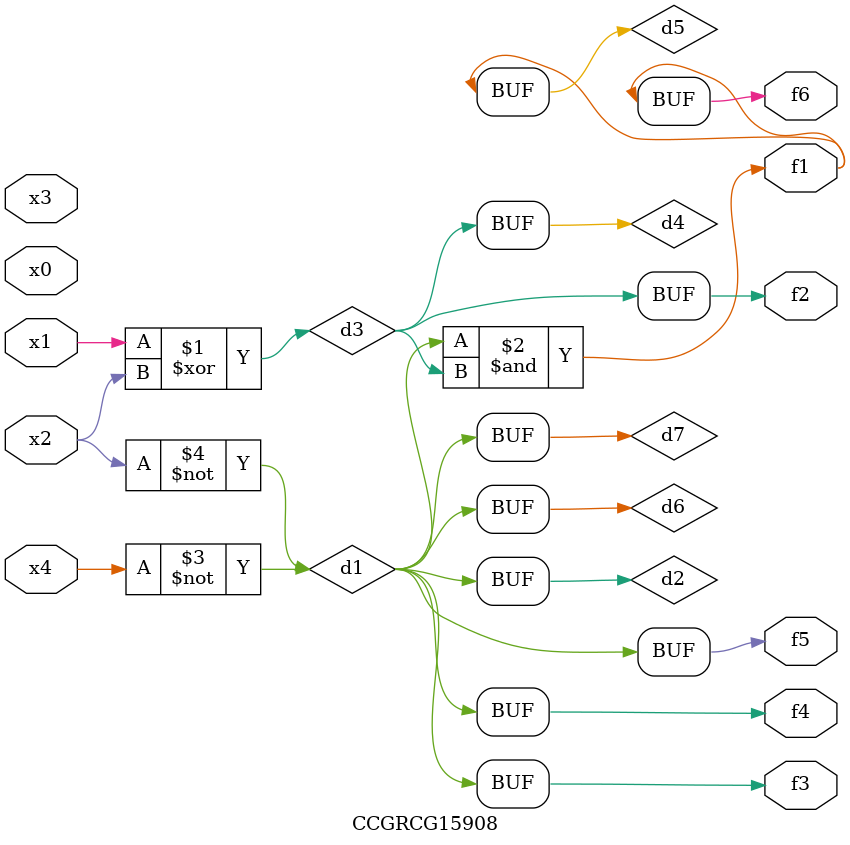
<source format=v>
module CCGRCG15908(
	input x0, x1, x2, x3, x4,
	output f1, f2, f3, f4, f5, f6
);

	wire d1, d2, d3, d4, d5, d6, d7;

	not (d1, x4);
	not (d2, x2);
	xor (d3, x1, x2);
	buf (d4, d3);
	and (d5, d1, d3);
	buf (d6, d1, d2);
	buf (d7, d2);
	assign f1 = d5;
	assign f2 = d4;
	assign f3 = d7;
	assign f4 = d7;
	assign f5 = d7;
	assign f6 = d5;
endmodule

</source>
